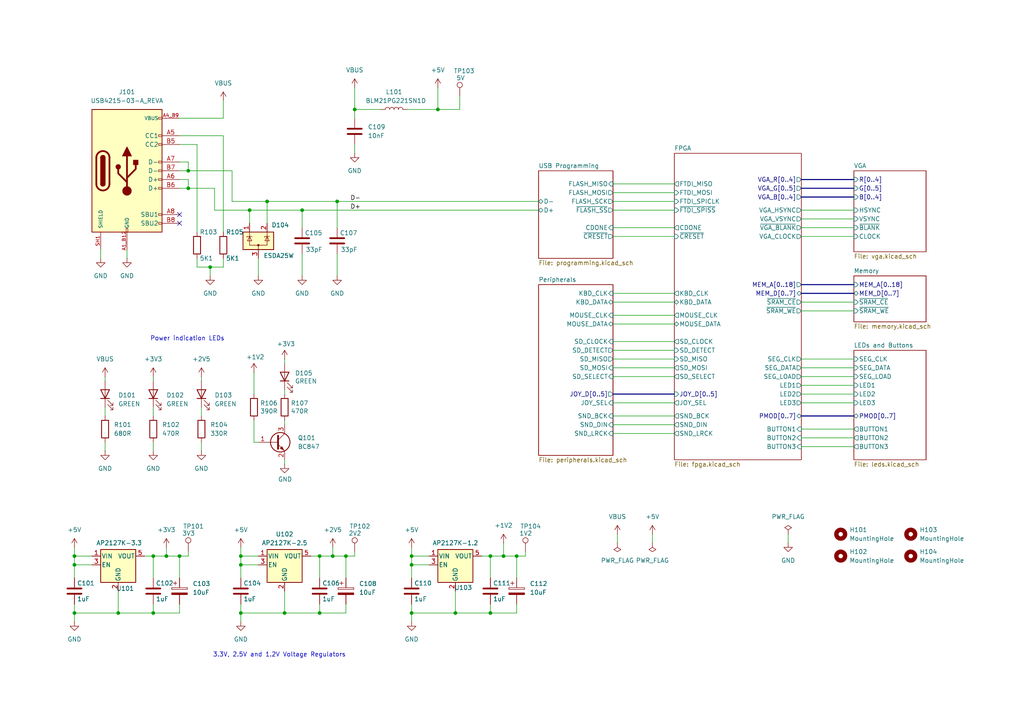
<source format=kicad_sch>
(kicad_sch (version 20250114) (generator "eeschema") (generator_version "9.0")
  (paper "A4")
  (title_block (title "Lattice ICE40HX8K Development board") (rev "1") (company "Stephen Moody"))
  (lib_symbols
    (symbol "Connector:TestPoint" (pin_numbers (hide yes)) (pin_names (offset 0.762) (hide yes))
      (property "Reference" "TP" (at 0 6.858 0))
      (property "Value" "TestPoint" (at 0 5.08 0))
      (symbol "TestPoint_0_1"
        (circle (center 0 3.302) (radius 0.762))
      )
      (symbol "TestPoint_1_1"
        (pin passive line (at 0 0 90) (length 2.54) (name "1") (number "1"))
      )
    )
    (symbol "DevBoard:USB4215-03-A_REVA" (pin_names (offset 1.016))
      (property "Reference" "J" (at -8.636 19.812 0))
      (property "Value" "USB4215-03-A_REVA" (at 2.032 -17.78 0))
      (symbol "USB4215-03-A_REVA_0_0"
        (rectangle (start -0.254 -16.51) (end 0.254 -15.494))
        (rectangle (start 10.16 16.764) (end 9.144 16.256))
        (rectangle (start 10.16 11.684) (end 9.144 11.176))
        (rectangle (start 10.16 9.144) (end 9.144 8.636))
        (rectangle (start 10.16 4.064) (end 9.144 3.556))
        (rectangle (start 10.16 1.524) (end 9.144 1.016))
        (rectangle (start 10.16 -1.016) (end 9.144 -1.524))
        (rectangle (start 10.16 -3.556) (end 9.144 -4.064))
        (rectangle (start 10.16 -11.176) (end 9.144 -11.684))
        (rectangle (start 10.16 -13.716) (end 9.144 -14.224))
        (pin passive line (at -7.62 -21.59 90) (length 5.08) (name "SHIELD") (number "SH1"))
      )
      (symbol "USB4215-03-A_REVA_0_1"
        (rectangle (start -10.16 19.05) (end 10.16 -16.51) (stroke (width 0.254)) (fill (type background)))
        (polyline (pts (xy -8.89 -2.54) (xy -8.89 5.08)) (stroke (width 0.508)))
        (rectangle (start -7.62 -2.54) (end -6.35 5.08) (stroke (width 0.254)) (fill (type outline)))
        (arc (start -7.62 5.08) (mid -6.985 5.7123) (end -6.35 5.08) (stroke (width 0.254)))
        (arc (start -7.62 5.08) (mid -6.985 5.7123) (end -6.35 5.08) (stroke (width 0.254)) (fill (type outline)))
        (arc (start -8.89 5.08) (mid -6.985 6.9767) (end -5.08 5.08) (stroke (width 0.508)))
        (arc (start -5.08 -2.54) (mid -6.985 -4.4367) (end -8.89 -2.54) (stroke (width 0.508)))
        (arc (start -6.35 -2.54) (mid -6.985 -3.1723) (end -7.62 -2.54) (stroke (width 0.254)))
        (arc (start -6.35 -2.54) (mid -6.985 -3.1723) (end -7.62 -2.54) (stroke (width 0.254)) (fill (type outline)))
        (polyline (pts (xy -5.08 5.08) (xy -5.08 -2.54)) (stroke (width 0.508)))
        (circle (center -2.54 2.413) (radius 0.635) (stroke (width 0.254)) (fill (type outline)))
        (polyline (pts (xy -1.27 5.588) (xy 0 8.128) (xy 1.27 5.588) (xy -1.27 5.588)) (stroke (width 0.254)) (fill (type outline)))
        (polyline (pts (xy 0 -0.762) (xy 2.54 1.778) (xy 2.54 3.048)) (stroke (width 0.508)))
        (polyline (pts (xy 0 -2.032) (xy -2.54 0.508) (xy -2.54 1.778)) (stroke (width 0.508)))
        (polyline (pts (xy 0 -4.572) (xy 0 5.588)) (stroke (width 0.508)))
        (circle (center 0 -4.572) (radius 1.27) (fill (type outline)))
        (rectangle (start 1.905 3.048) (end 3.175 4.318) (stroke (width 0.254)) (fill (type outline)))
      )
      (symbol "USB4215-03-A_REVA_1_0"
        (pin passive line (at -7.62 -21.59 90) (length 5.08) (hide yes) (name "SHIELD") (number "SH2"))
        (pin passive line (at -7.62 -21.59 90) (length 5.08) (hide yes) (name "SHIELD") (number "SH3"))
        (pin passive line (at -7.62 -21.59 90) (length 5.08) (hide yes) (name "SHIELD") (number "SH4"))
        (pin power_in line (at 0 -21.59 90) (length 5.08) (name "GND") (number "A1_B12"))
        (pin power_in line (at 0 -21.59 90) (length 5.08) (hide yes) (name "GND") (number "B1_A12"))
        (pin power_in line (at 15.24 16.51 180) (length 5.08) (name "VBUS") (number "A4_B9"))
        (pin power_in line (at 15.24 16.51 180) (length 5.08) (hide yes) (name "VBUS") (number "B4_A9"))
      )
      (symbol "USB4215-03-A_REVA_1_1"
        (pin bidirectional line (at 15.24 11.43 180) (length 5.08) (name "CC1") (number "A5"))
        (pin bidirectional line (at 15.24 8.89 180) (length 5.08) (name "CC2") (number "B5"))
        (pin bidirectional line (at 15.24 3.81 180) (length 5.08) (name "D-") (number "A7"))
        (pin bidirectional line (at 15.24 1.27 180) (length 5.08) (name "D-") (number "B7"))
        (pin bidirectional line (at 15.24 -1.27 180) (length 5.08) (name "D+") (number "A6"))
        (pin bidirectional line (at 15.24 -3.81 180) (length 5.08) (name "D+") (number "B6"))
        (pin bidirectional line (at 15.24 -11.43 180) (length 5.08) (name "SBU1") (number "A8"))
        (pin bidirectional line (at 15.24 -13.97 180) (length 5.08) (name "SBU2") (number "B8"))
      )
    )
    (symbol "Device:C" (pin_numbers (hide yes)) (pin_names (offset 0.254))
      (property "Reference" "C" (at 0.635 2.54 0))
      (property "Value" "C" (at 0.635 -2.54 0))
      (symbol "C_0_1"
        (polyline (pts (xy -2.032 0.762) (xy 2.032 0.762)) (stroke (width 0.508)))
        (polyline (pts (xy -2.032 -0.762) (xy 2.032 -0.762)) (stroke (width 0.508)))
      )
      (symbol "C_1_1"
        (pin passive line (at 0 3.81 270) (length 2.794) (name "~") (number "1"))
        (pin passive line (at 0 -3.81 90) (length 2.794) (name "~") (number "2"))
      )
    )
    (symbol "Device:C_Polarized" (pin_numbers (hide yes)) (pin_names (offset 0.254))
      (property "Reference" "C" (at 0.635 2.54 0))
      (property "Value" "C_Polarized" (at 0.635 -2.54 0))
      (symbol "C_Polarized_0_1"
        (rectangle (start -2.286 0.508) (end 2.286 1.016))
        (polyline (pts (xy -1.778 2.286) (xy -0.762 2.286)))
        (polyline (pts (xy -1.27 2.794) (xy -1.27 1.778)))
        (rectangle (start 2.286 -0.508) (end -2.286 -1.016) (fill (type outline)))
      )
      (symbol "C_Polarized_1_1"
        (pin passive line (at 0 3.81 270) (length 2.794) (name "~") (number "1"))
        (pin passive line (at 0 -3.81 90) (length 2.794) (name "~") (number "2"))
      )
    )
    (symbol "Device:L" (pin_numbers (hide yes)) (pin_names (offset 1.016) (hide yes))
      (property "Reference" "L" (at -1.27 0 90))
      (property "Value" "L" (at 1.905 0 90))
      (symbol "L_0_1"
        (arc (start 0 2.54) (mid 0.6323 1.905) (end 0 1.27))
        (arc (start 0 1.27) (mid 0.6323 0.635) (end 0 0))
        (arc (start 0 0) (mid 0.6323 -0.635) (end 0 -1.27))
        (arc (start 0 -1.27) (mid 0.6323 -1.905) (end 0 -2.54))
      )
      (symbol "L_1_1"
        (pin passive line (at 0 3.81 270) (length 1.27) (name "1") (number "1"))
        (pin passive line (at 0 -3.81 90) (length 1.27) (name "2") (number "2"))
      )
    )
    (symbol "Device:LED" (pin_numbers (hide yes)) (pin_names (offset 1.016) (hide yes))
      (property "Reference" "D" (at 0 2.54 0))
      (property "Value" "LED" (at 0 -2.54 0))
      (symbol "LED_0_1"
        (polyline (pts (xy -3.048 -0.762) (xy -4.572 -2.286) (xy -3.81 -2.286) (xy -4.572 -2.286) (xy -4.572 -1.524)))
        (polyline (pts (xy -1.778 -0.762) (xy -3.302 -2.286) (xy -2.54 -2.286) (xy -3.302 -2.286) (xy -3.302 -1.524)))
        (polyline (pts (xy -1.27 0) (xy 1.27 0)))
        (polyline (pts (xy -1.27 -1.27) (xy -1.27 1.27)) (stroke (width 0.254)))
        (polyline (pts (xy 1.27 -1.27) (xy 1.27 1.27) (xy -1.27 0) (xy 1.27 -1.27)) (stroke (width 0.254)))
      )
      (symbol "LED_1_1"
        (pin passive line (at -3.81 0 0) (length 2.54) (name "K") (number "1"))
        (pin passive line (at 3.81 0 180) (length 2.54) (name "A") (number "2"))
      )
    )
    (symbol "Device:R" (pin_numbers (hide yes)) (pin_names (offset 0))
      (property "Reference" "R" (at 2.032 0 90))
      (property "Value" "R" (at 0 0 90))
      (symbol "R_0_1"
        (rectangle (start -1.016 -2.54) (end 1.016 2.54) (stroke (width 0.254)))
      )
      (symbol "R_1_1"
        (pin passive line (at 0 3.81 270) (length 1.27) (name "~") (number "1"))
        (pin passive line (at 0 -3.81 90) (length 1.27) (name "~") (number "2"))
      )
    )
    (symbol "Mechanical:MountingHole" (pin_names (offset 1.016)) (exclude_from_sim yes) (in_bom no)
      (property "Reference" "H" (at 0 5.08 0))
      (property "Value" "MountingHole" (at 0 3.175 0))
      (symbol "MountingHole_0_1"
        (circle (center 0 0) (radius 1.27) (stroke (width 1.27)))
      )
    )
    (symbol "Power_Protection:ESDA5V3L" (pin_names (hide yes))
      (property "Reference" "D" (at 5.715 2.54 0))
      (property "Value" "ESDA5V3L" (at 5.715 0.635 0))
      (symbol "ESDA5V3L_0_0"
        (pin passive line (at 0 -5.08 90) (length 2.54) (name "A") (number "3"))
      )
      (symbol "ESDA5V3L_0_1"
        (rectangle (start -4.445 2.54) (end 4.445 -2.54) (stroke (width 0.254)) (fill (type background)))
        (polyline (pts (xy -3.302 1.016) (xy -3.302 1.27) (xy -1.905 1.27) (xy -1.778 1.27)))
        (polyline (pts (xy -2.54 2.54) (xy -2.54 1.27)))
        (polyline (pts (xy -2.54 1.27) (xy -2.54 -1.27) (xy 2.54 -1.27) (xy 2.54 1.27)))
        (polyline (pts (xy -2.54 1.27) (xy -1.905 0) (xy -3.175 0) (xy -2.54 1.27)))
        (polyline (pts (xy 0 -1.27) (xy 0 -2.54)))
        (circle (center 0 -1.27) (radius 0.254) (fill (type outline)))
        (polyline (pts (xy 1.778 1.016) (xy 1.778 1.27) (xy 3.175 1.27) (xy 3.302 1.27)))
        (polyline (pts (xy 2.54 2.54) (xy 2.54 1.27)))
        (polyline (pts (xy 2.54 1.27) (xy 1.905 0) (xy 3.175 0) (xy 2.54 1.27)))
      )
      (symbol "ESDA5V3L_1_1"
        (pin passive line (at -2.54 5.08 270) (length 2.54) (name "K") (number "1"))
        (pin passive line (at 2.54 5.08 270) (length 2.54) (name "K") (number "2"))
      )
    )
    (symbol "Regulator_Linear:AP2127K-1.2" (pin_names (offset 0.254))
      (property "Reference" "U" (at -5.08 5.715 0))
      (property "Value" "AP2127K-1.2" (at 0 5.715 0))
      (symbol "AP2127K-1.2_0_1"
        (rectangle (start -5.08 4.445) (end 5.08 -5.08) (stroke (width 0.254)) (fill (type background)))
      )
      (symbol "AP2127K-1.2_1_1"
        (pin power_in line (at -7.62 2.54 0) (length 2.54) (name "VIN") (number "1"))
        (pin input line (at -7.62 0 0) (length 2.54) (name "EN") (number "3"))
        (pin power_in line (at 0 -7.62 90) (length 2.54) (name "GND") (number "2"))
        (pin no_connect line (at 5.08 0 180) (length 2.54) (hide yes) (name "NC") (number "4"))
        (pin power_out line (at 7.62 2.54 180) (length 2.54) (name "VOUT") (number "5"))
      )
    )
    (symbol "Regulator_Linear:AP2127K-2.5" (pin_names (offset 0.254))
      (property "Reference" "U" (at -5.08 5.715 0))
      (property "Value" "AP2127K-2.5" (at 0 5.715 0))
      (symbol "AP2127K-2.5_0_1"
        (rectangle (start -5.08 4.445) (end 5.08 -5.08) (stroke (width 0.254)) (fill (type background)))
      )
      (symbol "AP2127K-2.5_1_1"
        (pin power_in line (at -7.62 2.54 0) (length 2.54) (name "VIN") (number "1"))
        (pin input line (at -7.62 0 0) (length 2.54) (name "EN") (number "3"))
        (pin power_in line (at 0 -7.62 90) (length 2.54) (name "GND") (number "2"))
        (pin no_connect line (at 5.08 0 180) (length 2.54) (hide yes) (name "NC") (number "4"))
        (pin power_out line (at 7.62 2.54 180) (length 2.54) (name "VOUT") (number "5"))
      )
    )
    (symbol "Regulator_Linear:AP2127K-3.3" (pin_names (offset 0.254))
      (property "Reference" "U" (at -5.08 5.715 0))
      (property "Value" "AP2127K-3.3" (at 0 5.715 0))
      (symbol "AP2127K-3.3_0_1"
        (rectangle (start -5.08 4.445) (end 5.08 -5.08) (stroke (width 0.254)) (fill (type background)))
      )
      (symbol "AP2127K-3.3_1_1"
        (pin power_in line (at -7.62 2.54 0) (length 2.54) (name "VIN") (number "1"))
        (pin input line (at -7.62 0 0) (length 2.54) (name "EN") (number "3"))
        (pin power_in line (at 0 -7.62 90) (length 2.54) (name "GND") (number "2"))
        (pin no_connect line (at 5.08 0 180) (length 2.54) (hide yes) (name "NC") (number "4"))
        (pin power_out line (at 7.62 2.54 180) (length 2.54) (name "VOUT") (number "5"))
      )
    )
    (symbol "Transistor_BJT:BC847" (pin_names (offset 0) (hide yes))
      (property "Reference" "Q" (at 5.08 1.905 0))
      (property "Value" "BC847" (at 5.08 0 0))
      (symbol "BC847_0_1"
        (polyline (pts (xy -2.54 0) (xy 0.635 0)))
        (polyline (pts (xy 0.635 1.905) (xy 0.635 -1.905)) (stroke (width 0.508)))
        (circle (center 1.27 0) (radius 2.8194) (stroke (width 0.254)))
      )
      (symbol "BC847_1_1"
        (polyline (pts (xy 0.635 0.635) (xy 2.54 2.54)))
        (polyline (pts (xy 0.635 -0.635) (xy 2.54 -2.54)))
        (polyline (pts (xy 1.27 -1.778) (xy 1.778 -1.27) (xy 2.286 -2.286) (xy 1.27 -1.778)) (fill (type outline)))
        (pin input line (at -5.08 0 0) (length 2.54) (name "B") (number "1"))
        (pin passive line (at 2.54 5.08 270) (length 2.54) (name "C") (number "3"))
        (pin passive line (at 2.54 -5.08 90) (length 2.54) (name "E") (number "2"))
      )
    )
    (symbol "power:+1V2" (power) (pin_numbers (hide yes)) (pin_names (offset 0) (hide yes))
      (property "Value" "+1V2" (at 0 3.556 0))
      (symbol "+1V2_0_1"
        (polyline (pts (xy -0.762 1.27) (xy 0 2.54)))
        (polyline (pts (xy 0 2.54) (xy 0.762 1.27)))
        (polyline (pts (xy 0 0) (xy 0 2.54)))
      )
      (symbol "+1V2_1_1"
        (pin power_in line (at 0 0 90) (length 0) (name "~") (number "1"))
      )
    )
    (symbol "power:+2V5" (power) (pin_numbers (hide yes)) (pin_names (offset 0) (hide yes))
      (property "Value" "+2V5" (at 0 3.556 0))
      (symbol "+2V5_0_1"
        (polyline (pts (xy -0.762 1.27) (xy 0 2.54)))
        (polyline (pts (xy 0 2.54) (xy 0.762 1.27)))
        (polyline (pts (xy 0 0) (xy 0 2.54)))
      )
      (symbol "+2V5_1_1"
        (pin power_in line (at 0 0 90) (length 0) (name "~") (number "1"))
      )
    )
    (symbol "power:+3V3" (power) (pin_numbers (hide yes)) (pin_names (offset 0) (hide yes))
      (property "Value" "+3V3" (at 0 3.556 0))
      (symbol "+3V3_0_1"
        (polyline (pts (xy -0.762 1.27) (xy 0 2.54)))
        (polyline (pts (xy 0 2.54) (xy 0.762 1.27)))
        (polyline (pts (xy 0 0) (xy 0 2.54)))
      )
      (symbol "+3V3_1_1"
        (pin power_in line (at 0 0 90) (length 0) (name "~") (number "1"))
      )
    )
    (symbol "power:+5V" (power) (pin_numbers (hide yes)) (pin_names (offset 0) (hide yes))
      (property "Value" "+5V" (at 0 3.556 0))
      (symbol "+5V_0_1"
        (polyline (pts (xy -0.762 1.27) (xy 0 2.54)))
        (polyline (pts (xy 0 2.54) (xy 0.762 1.27)))
        (polyline (pts (xy 0 0) (xy 0 2.54)))
      )
      (symbol "+5V_1_1"
        (pin power_in line (at 0 0 90) (length 0) (name "~") (number "1"))
      )
    )
    (symbol "power:GND" (power) (pin_numbers (hide yes)) (pin_names (offset 0) (hide yes))
      (property "Value" "GND" (at 0 -3.81 0))
      (symbol "GND_0_1"
        (polyline (pts (xy 0 0) (xy 0 -1.27) (xy 1.27 -1.27) (xy 0 -2.54) (xy -1.27 -1.27) (xy 0 -1.27)))
      )
      (symbol "GND_1_1"
        (pin power_in line (at 0 0 270) (length 0) (name "~") (number "1"))
      )
    )
    (symbol "power:PWR_FLAG" (power) (pin_numbers (hide yes)) (pin_names (offset 0) (hide yes))
      (property "Value" "PWR_FLAG" (at 0 3.81 0))
      (symbol "PWR_FLAG_0_0"
        (pin power_out line (at 0 0 90) (length 0) (name "~") (number "1"))
      )
      (symbol "PWR_FLAG_0_1"
        (polyline (pts (xy 0 0) (xy 0 1.27) (xy -1.016 1.905) (xy 0 2.54) (xy 1.016 1.905) (xy 0 1.27)))
      )
    )
    (symbol "power:VBUS" (power) (pin_numbers (hide yes)) (pin_names (offset 0) (hide yes))
      (property "Value" "VBUS" (at 0 3.556 0))
      (symbol "VBUS_0_1"
        (polyline (pts (xy -0.762 1.27) (xy 0 2.54)))
        (polyline (pts (xy 0 2.54) (xy 0.762 1.27)))
        (polyline (pts (xy 0 0) (xy 0 2.54)))
      )
      (symbol "VBUS_1_1"
        (pin power_in line (at 0 0 90) (length 0) (name "~") (number "1"))
      )
    )
  )
  (text "Power indication LEDs\n" (at 54.356 98.298 0) (effects (font (size 1.27 1.27))))
  (text "3.3V, 2.5V and 1.2V Voltage Regulators" (at 81.026 189.992 0) (effects (font (size 1.27 1.27))))
  (junction (at 69.85 161.29))
  (junction (at 97.79 58.42))
  (junction (at 92.71 161.29))
  (junction (at 142.24 177.8))
  (junction (at 92.71 177.8))
  (junction (at 146.05 161.29))
  (junction (at 44.45 161.29))
  (junction (at 87.63 60.96))
  (junction (at 149.86 161.29))
  (junction (at 100.33 161.29))
  (junction (at 21.59 177.8))
  (junction (at 82.55 177.8))
  (junction (at 72.39 60.96))
  (junction (at 34.29 177.8))
  (junction (at 142.24 161.29))
  (junction (at 60.96 77.47))
  (junction (at 119.38 161.29))
  (junction (at 102.87 31.75))
  (junction (at 54.61 54.61))
  (junction (at 127 31.75))
  (junction (at 119.38 177.8))
  (junction (at 44.45 177.8))
  (junction (at 54.61 49.53))
  (junction (at 69.85 177.8))
  (junction (at 21.59 163.83))
  (junction (at 52.07 161.29))
  (junction (at 48.26 161.29))
  (junction (at 21.59 161.29))
  (junction (at 69.85 163.83))
  (junction (at 77.47 58.42))
  (junction (at 132.08 177.8))
  (junction (at 96.52 161.29))
  (junction (at 119.38 163.83))
  (no_connect (at 52.07 62.23))
  (no_connect (at 52.07 64.77))
  (wire (pts (xy 232.41 109.22) (xy 247.65 109.22)))
  (wire (pts (xy 87.63 73.66) (xy 87.63 80.01)))
  (wire (pts (xy 21.59 158.75) (xy 21.59 161.29)))
  (wire (pts (xy 58.42 118.11) (xy 58.42 120.65)))
  (wire (pts (xy 177.8 116.84) (xy 195.58 116.84)))
  (wire (pts (xy 67.31 58.42) (xy 67.31 49.53)))
  (wire (pts (xy 69.85 163.83) (xy 69.85 167.64)))
  (wire (pts (xy 232.41 66.04) (xy 247.65 66.04)))
  (wire (pts (xy 54.61 54.61) (xy 62.23 54.61)))
  (bus (pts (xy 232.41 82.55) (xy 247.65 82.55)))
  (wire (pts (xy 21.59 177.8) (xy 34.29 177.8)))
  (wire (pts (xy 77.47 58.42) (xy 97.79 58.42)))
  (wire (pts (xy 232.41 106.68) (xy 247.65 106.68)))
  (wire (pts (xy 232.41 129.54) (xy 247.65 129.54)))
  (wire (pts (xy 52.07 52.07) (xy 54.61 52.07)))
  (wire (pts (xy 69.85 163.83) (xy 74.93 163.83)))
  (wire (pts (xy 48.26 161.29) (xy 44.45 161.29)))
  (wire (pts (xy 132.08 177.8) (xy 142.24 177.8)))
  (wire (pts (xy 34.29 171.45) (xy 34.29 177.8)))
  (wire (pts (xy 73.66 121.92) (xy 73.66 128.27)))
  (wire (pts (xy 52.07 161.29) (xy 54.61 161.29)))
  (wire (pts (xy 48.26 158.75) (xy 48.26 161.29)))
  (wire (pts (xy 142.24 177.8) (xy 142.24 175.26)))
  (wire (pts (xy 177.8 55.88) (xy 195.58 55.88)))
  (wire (pts (xy 232.41 114.3) (xy 247.65 114.3)))
  (wire (pts (xy 77.47 58.42) (xy 77.47 64.77)))
  (wire (pts (xy 119.38 177.8) (xy 132.08 177.8)))
  (wire (pts (xy 69.85 177.8) (xy 69.85 180.34)))
  (wire (pts (xy 177.8 87.63) (xy 195.58 87.63)))
  (wire (pts (xy 87.63 60.96) (xy 156.21 60.96)))
  (wire (pts (xy 100.33 177.8) (xy 100.33 175.26)))
  (wire (pts (xy 228.6 154.94) (xy 228.6 157.48)))
  (wire (pts (xy 82.55 171.45) (xy 82.55 177.8)))
  (wire (pts (xy 100.33 161.29) (xy 96.52 161.29)))
  (wire (pts (xy 189.23 154.94) (xy 189.23 157.48)))
  (wire (pts (xy 69.85 161.29) (xy 74.93 161.29)))
  (wire (pts (xy 232.41 90.17) (xy 247.65 90.17)))
  (wire (pts (xy 92.71 167.64) (xy 92.71 161.29)))
  (wire (pts (xy 44.45 109.22) (xy 44.45 110.49)))
  (wire (pts (xy 69.85 158.75) (xy 69.85 161.29)))
  (wire (pts (xy 177.8 125.73) (xy 195.58 125.73)))
  (wire (pts (xy 133.35 31.75) (xy 127 31.75)))
  (wire (pts (xy 54.61 46.99) (xy 54.61 49.53)))
  (wire (pts (xy 102.87 31.75) (xy 102.87 34.29)))
  (wire (pts (xy 142.24 177.8) (xy 149.86 177.8)))
  (wire (pts (xy 119.38 175.26) (xy 119.38 177.8)))
  (wire (pts (xy 133.35 27.94) (xy 133.35 31.75)))
  (bus (pts (xy 232.41 85.09) (xy 247.65 85.09)))
  (wire (pts (xy 69.85 161.29) (xy 69.85 163.83)))
  (wire (pts (xy 29.21 72.39) (xy 29.21 74.93)))
  (wire (pts (xy 52.07 167.64) (xy 52.07 161.29)))
  (wire (pts (xy 102.87 161.29) (xy 102.87 160.02)))
  (wire (pts (xy 142.24 161.29) (xy 139.7 161.29)))
  (wire (pts (xy 142.24 167.64) (xy 142.24 161.29)))
  (wire (pts (xy 177.8 104.14) (xy 195.58 104.14)))
  (wire (pts (xy 60.96 77.47) (xy 60.96 80.01)))
  (wire (pts (xy 96.52 161.29) (xy 92.71 161.29)))
  (wire (pts (xy 118.11 31.75) (xy 127 31.75)))
  (wire (pts (xy 92.71 177.8) (xy 92.71 175.26)))
  (bus (pts (xy 232.41 120.65) (xy 247.65 120.65)))
  (bus (pts (xy 232.41 54.61) (xy 247.65 54.61)))
  (wire (pts (xy 119.38 177.8) (xy 119.38 180.34)))
  (wire (pts (xy 72.39 60.96) (xy 72.39 64.77)))
  (wire (pts (xy 177.8 109.22) (xy 195.58 109.22)))
  (wire (pts (xy 177.8 68.58) (xy 195.58 68.58)))
  (wire (pts (xy 177.8 99.06) (xy 195.58 99.06)))
  (wire (pts (xy 74.93 74.93) (xy 74.93 80.01)))
  (bus (pts (xy 177.8 114.3) (xy 195.58 114.3)))
  (wire (pts (xy 149.86 161.29) (xy 146.05 161.29)))
  (wire (pts (xy 87.63 60.96) (xy 87.63 66.04)))
  (wire (pts (xy 58.42 109.22) (xy 58.42 110.49)))
  (wire (pts (xy 21.59 175.26) (xy 21.59 177.8)))
  (wire (pts (xy 132.08 171.45) (xy 132.08 177.8)))
  (wire (pts (xy 177.8 53.34) (xy 195.58 53.34)))
  (wire (pts (xy 64.77 39.37) (xy 64.77 67.31)))
  (wire (pts (xy 54.61 54.61) (xy 52.07 54.61)))
  (wire (pts (xy 54.61 161.29) (xy 54.61 160.02)))
  (wire (pts (xy 52.07 39.37) (xy 64.77 39.37)))
  (wire (pts (xy 73.66 107.95) (xy 73.66 114.3)))
  (wire (pts (xy 177.8 106.68) (xy 195.58 106.68)))
  (wire (pts (xy 177.8 101.6) (xy 195.58 101.6)))
  (wire (pts (xy 30.48 109.22) (xy 30.48 110.49)))
  (wire (pts (xy 149.86 161.29) (xy 152.4 161.29)))
  (wire (pts (xy 177.8 66.04) (xy 195.58 66.04)))
  (wire (pts (xy 44.45 118.11) (xy 44.45 120.65)))
  (wire (pts (xy 100.33 167.64) (xy 100.33 161.29)))
  (wire (pts (xy 82.55 114.3) (xy 82.55 113.03)))
  (wire (pts (xy 119.38 167.64) (xy 119.38 163.83)))
  (wire (pts (xy 44.45 177.8) (xy 52.07 177.8)))
  (wire (pts (xy 62.23 60.96) (xy 72.39 60.96)))
  (wire (pts (xy 232.41 104.14) (xy 247.65 104.14)))
  (wire (pts (xy 21.59 161.29) (xy 21.59 163.83)))
  (wire (pts (xy 149.86 167.64) (xy 149.86 161.29)))
  (wire (pts (xy 57.15 74.93) (xy 57.15 77.47)))
  (wire (pts (xy 69.85 175.26) (xy 69.85 177.8)))
  (wire (pts (xy 102.87 31.75) (xy 102.87 25.4)))
  (wire (pts (xy 232.41 124.46) (xy 247.65 124.46)))
  (wire (pts (xy 57.15 41.91) (xy 52.07 41.91)))
  (wire (pts (xy 77.47 58.42) (xy 67.31 58.42)))
  (wire (pts (xy 97.79 58.42) (xy 97.79 66.04)))
  (wire (pts (xy 146.05 157.48) (xy 146.05 161.29)))
  (bus (pts (xy 232.41 52.07) (xy 247.65 52.07)))
  (wire (pts (xy 177.8 91.44) (xy 195.58 91.44)))
  (wire (pts (xy 30.48 118.11) (xy 30.48 120.65)))
  (wire (pts (xy 232.41 116.84) (xy 247.65 116.84)))
  (wire (pts (xy 64.77 74.93) (xy 64.77 77.47)))
  (wire (pts (xy 102.87 31.75) (xy 110.49 31.75)))
  (wire (pts (xy 100.33 161.29) (xy 102.87 161.29)))
  (wire (pts (xy 54.61 52.07) (xy 54.61 54.61)))
  (wire (pts (xy 82.55 104.14) (xy 82.55 105.41)))
  (wire (pts (xy 44.45 161.29) (xy 41.91 161.29)))
  (wire (pts (xy 52.07 46.99) (xy 54.61 46.99)))
  (wire (pts (xy 119.38 158.75) (xy 119.38 161.29)))
  (wire (pts (xy 177.8 120.65) (xy 195.58 120.65)))
  (wire (pts (xy 127 31.75) (xy 127 25.4)))
  (wire (pts (xy 92.71 161.29) (xy 90.17 161.29)))
  (wire (pts (xy 34.29 177.8) (xy 44.45 177.8)))
  (wire (pts (xy 58.42 128.27) (xy 58.42 130.81)))
  (wire (pts (xy 64.77 77.47) (xy 60.96 77.47)))
  (wire (pts (xy 21.59 163.83) (xy 26.67 163.83)))
  (wire (pts (xy 21.59 161.29) (xy 26.67 161.29)))
  (wire (pts (xy 69.85 177.8) (xy 82.55 177.8)))
  (wire (pts (xy 232.41 60.96) (xy 247.65 60.96)))
  (wire (pts (xy 102.87 41.91) (xy 102.87 44.45)))
  (wire (pts (xy 152.4 161.29) (xy 152.4 160.02)))
  (wire (pts (xy 177.8 60.96) (xy 195.58 60.96)))
  (wire (pts (xy 44.45 177.8) (xy 44.45 175.26)))
  (wire (pts (xy 179.07 154.94) (xy 179.07 157.48)))
  (wire (pts (xy 57.15 77.47) (xy 60.96 77.47)))
  (wire (pts (xy 96.52 158.75) (xy 96.52 161.29)))
  (wire (pts (xy 64.77 34.29) (xy 64.77 29.21)))
  (wire (pts (xy 92.71 177.8) (xy 100.33 177.8)))
  (wire (pts (xy 57.15 67.31) (xy 57.15 41.91)))
  (wire (pts (xy 232.41 111.76) (xy 247.65 111.76)))
  (wire (pts (xy 72.39 60.96) (xy 87.63 60.96)))
  (wire (pts (xy 67.31 49.53) (xy 54.61 49.53)))
  (wire (pts (xy 82.55 133.35) (xy 82.55 134.62)))
  (wire (pts (xy 119.38 161.29) (xy 124.46 161.29)))
  (wire (pts (xy 232.41 63.5) (xy 247.65 63.5)))
  (wire (pts (xy 52.07 161.29) (xy 48.26 161.29)))
  (wire (pts (xy 119.38 161.29) (xy 119.38 163.83)))
  (wire (pts (xy 36.83 72.39) (xy 36.83 74.93)))
  (wire (pts (xy 97.79 73.66) (xy 97.79 80.01)))
  (wire (pts (xy 21.59 163.83) (xy 21.59 167.64)))
  (wire (pts (xy 44.45 167.64) (xy 44.45 161.29)))
  (bus (pts (xy 232.41 57.15) (xy 247.65 57.15)))
  (wire (pts (xy 177.8 93.98) (xy 195.58 93.98)))
  (wire (pts (xy 119.38 163.83) (xy 124.46 163.83)))
  (wire (pts (xy 97.79 58.42) (xy 156.21 58.42)))
  (wire (pts (xy 232.41 87.63) (xy 247.65 87.63)))
  (wire (pts (xy 232.41 68.58) (xy 247.65 68.58)))
  (wire (pts (xy 149.86 177.8) (xy 149.86 175.26)))
  (wire (pts (xy 146.05 161.29) (xy 142.24 161.29)))
  (wire (pts (xy 82.55 177.8) (xy 92.71 177.8)))
  (wire (pts (xy 30.48 128.27) (xy 30.48 130.81)))
  (wire (pts (xy 52.07 34.29) (xy 64.77 34.29)))
  (wire (pts (xy 177.8 123.19) (xy 195.58 123.19)))
  (wire (pts (xy 232.41 127) (xy 247.65 127)))
  (wire (pts (xy 54.61 49.53) (xy 52.07 49.53)))
  (wire (pts (xy 44.45 128.27) (xy 44.45 130.81)))
  (wire (pts (xy 177.8 58.42) (xy 195.58 58.42)))
  (wire (pts (xy 73.66 128.27) (xy 74.93 128.27)))
  (wire (pts (xy 82.55 123.19) (xy 82.55 121.92)))
  (wire (pts (xy 52.07 177.8) (xy 52.07 175.26)))
  (wire (pts (xy 62.23 54.61) (xy 62.23 60.96)))
  (wire (pts (xy 177.8 85.09) (xy 195.58 85.09)))
  (wire (pts (xy 21.59 177.8) (xy 21.59 180.34)))
  (label "D-" (at 101.6 58.42 0))
  (label "D+" (at 101.6 60.96 0))
  (symbol (lib_id "power:+3V3") (at 48.26 158.75 0) (unit 1)
    (property "Reference" "#PWR0109" (effects (hide yes)))
    (property "Value" "+3V3" (at 48.26 153.67 0))
    (property "Description" "Power symbol creates a global label with name \"+3V3\"" (effects (hide yes)))
  )
  (symbol (lib_id "power:VBUS") (at 102.87 25.4 0) (unit 1)
    (property "Reference" "#PWR0123" (effects (hide yes)))
    (property "Value" "VBUS" (at 102.87 20.32 0))
    (property "Description" "Power symbol creates a global label with name \"VBUS\"" (effects (hide yes)))
  )
  (symbol (lib_id "Device:C_Polarized") (at 100.33 171.45 0) (unit 1)
    (property "Reference" "C108" (at 104.14 169.2909 0) (effects (justify left)))
    (property "Value" "10uF" (at 104.14 171.8309 0) (effects (justify left)))
    (property "Footprint" "Capacitor_SMD:C_0805_2012Metric" (effects (hide yes)))
    (property "Description" "Polarized capacitor" (effects (hide yes)))
  )
  (symbol (lib_id "Device:R") (at 57.15 71.12 0) (unit 1)
    (property "Reference" "R103" (at 57.912 67.31 0) (effects (justify left)))
    (property "Value" "5K1" (at 57.912 74.93 0) (effects (justify left)))
    (property "Footprint" "Resistor_SMD:R_0805_2012Metric" (effects (hide yes)))
    (property "Description" "Resistor" (effects (hide yes)))
  )
  (symbol (lib_id "Device:C") (at 97.79 69.85 0) (unit 1)
    (property "Reference" "C107" (at 98.552 67.564 0) (effects (justify left)))
    (property "Value" "33pF" (at 98.806 72.39 0) (effects (justify left)))
    (property "Footprint" "Capacitor_SMD:C_0805_2012Metric" (effects (hide yes)))
    (property "Description" "Unpolarized capacitor" (effects (hide yes)))
  )
  (symbol (lib_id "Mechanical:MountingHole") (at 264.16 154.94 0) (unit 1) (exclude_from_sim yes) (in_bom no)
    (property "Reference" "H103" (at 266.7 153.6699 0) (effects (justify left)))
    (property "Value" "MountingHole" (at 266.7 156.2099 0) (effects (justify left)))
    (property "Footprint" "MountingHole:MountingHole_4.3mm_M4" (effects (hide yes)))
    (property "Description" "Mounting Hole without connection" (effects (hide yes)))
  )
  (symbol (lib_id "Device:C") (at 92.71 171.45 0) (unit 1)
    (property "Reference" "C106" (at 93.472 169.164 0) (effects (justify left)))
    (property "Value" "1uF" (at 93.472 173.736 0) (effects (justify left)))
    (property "Footprint" "Capacitor_SMD:C_0805_2012Metric" (effects (hide yes)))
    (property "Description" "Unpolarized capacitor" (effects (hide yes)))
  )
  (symbol (lib_id "power:GND") (at 30.48 130.81 0) (unit 1)
    (property "Reference" "#PWR0105" (effects (hide yes)))
    (property "Value" "GND" (at 30.48 135.89 0))
    (property "Description" "Power symbol creates a global label with name \"GND\" , ground" (effects (hide yes)))
  )
  (symbol (lib_id "power:+1V2") (at 146.05 157.48 0) (unit 1)
    (property "Reference" "#PWR0128" (effects (hide yes)))
    (property "Value" "+1V2" (at 146.05 152.4 0))
    (property "Description" "Power symbol creates a global label with name \"+1V2\"" (effects (hide yes)))
  )
  (symbol (lib_id "Device:C_Polarized") (at 149.86 171.45 0) (unit 1)
    (property "Reference" "C112" (at 153.67 169.2909 0) (effects (justify left)))
    (property "Value" "10uF" (at 153.67 171.8309 0) (effects (justify left)))
    (property "Footprint" "Capacitor_SMD:CP_Elec_4x5.3" (effects (hide yes)))
    (property "Description" "Polarized capacitor" (effects (hide yes)))
  )
  (symbol (lib_id "Power_Protection:ESDA5V3L") (at 74.93 69.85 0) (unit 1)
    (property "Reference" "D104" (at 78.74 65.278 0) (effects (justify left)))
    (property "Value" "ESDA25W" (at 76.454 74.168 0) (effects (justify left)))
    (property "Footprint" "Package_TO_SOT_SMD:SOT-23-3" (effects (hide yes)))
    (property "Datasheet" "https://www.st.com/resource/en/datasheet/esdal.pdf" (effects (hide yes)))
    (property "Description" "TVS Diode Array, 5.5V Standoff, 2 Channels, SOT23" (effects (hide yes)))
  )
  (symbol (lib_id "Device:L") (at 114.3 31.75 90) (unit 1)
    (property "Reference" "L101" (at 114.3 26.67 90))
    (property "Value" "BLM21PG221SN1D" (at 114.808 29.21 90))
    (property "Footprint" "Inductor_SMD:L_1206_3216Metric" (effects (hide yes)))
    (property "Description" "Inductor" (effects (hide yes)))
  )
  (symbol (lib_id "Device:C") (at 21.59 171.45 0) (unit 1)
    (property "Reference" "C101" (at 22.352 169.164 0) (effects (justify left)))
    (property "Value" "1uF" (at 22.352 173.736 0) (effects (justify left)))
    (property "Footprint" "Capacitor_SMD:C_0805_2012Metric" (effects (hide yes)))
    (property "Description" "Unpolarized capacitor" (effects (hide yes)))
  )
  (symbol (lib_id "power:+5V") (at 189.23 154.94 0) (unit 1)
    (property "Reference" "#PWR0130" (effects (hide yes)))
    (property "Value" "+5V" (at 189.23 149.86 0))
    (property "Description" "Power symbol creates a global label with name \"+5V\"" (effects (hide yes)))
  )
  (symbol (lib_id "power:PWR_FLAG") (at 179.07 157.48 0) (mirror x) (unit 1)
    (property "Reference" "#FLG0101" (effects (hide yes)))
    (property "Value" "PWR_FLAG" (at 179.07 162.56 0))
    (property "Description" "Special symbol for telling ERC where power comes from" (effects (hide yes)))
  )
  (symbol (lib_id "Device:LED") (at 82.55 109.22 90) (unit 1)
    (property "Reference" "D105" (at 85.5472 108.2294 90) (effects (justify right)))
    (property "Value" "GREEN" (at 85.5472 110.5408 90) (effects (justify right)))
    (property "Footprint" "LED_SMD:LED_1206_3216Metric" (effects (hide yes)))
  )
  (symbol (lib_id "power:GND") (at 44.45 130.81 0) (unit 1)
    (property "Reference" "#PWR0108" (effects (hide yes)))
    (property "Value" "GND" (at 44.45 135.89 0))
    (property "Description" "Power symbol creates a global label with name \"GND\" , ground" (effects (hide yes)))
  )
  (symbol (lib_id "Connector:TestPoint") (at 152.4 160.02 0) (unit 1)
    (property "Reference" "TP104" (at 150.876 152.654 0) (effects (justify left)))
    (property "Value" "1V2" (at 150.622 154.686 0) (effects (justify left)))
    (property "Footprint" "TestPoint:TestPoint_Pad_D1.0mm" (effects (hide yes)))
    (property "Description" "test point" (effects (hide yes)))
  )
  (symbol (lib_id "power:+2V5") (at 58.42 109.22 0) (unit 1)
    (property "Reference" "#PWR0110" (effects (hide yes)))
    (property "Value" "+2V5" (at 58.42 104.14 0))
    (property "Description" "Power symbol creates a global label with name \"+2V5\"" (effects (hide yes)))
  )
  (symbol (lib_id "Device:R") (at 82.55 118.11 0) (unit 1)
    (property "Reference" "R107" (at 84.328 116.9416 0) (effects (justify left)))
    (property "Value" "470R" (at 84.328 119.253 0) (effects (justify left)))
    (property "Footprint" "Resistor_SMD:R_0805_2012Metric" (effects (hide yes)))
  )
  (symbol (lib_id "Device:C") (at 87.63 69.85 0) (unit 1)
    (property "Reference" "C105" (at 88.392 67.564 0) (effects (justify left)))
    (property "Value" "33pF" (at 88.646 72.39 0) (effects (justify left)))
    (property "Footprint" "Capacitor_SMD:C_0805_2012Metric" (effects (hide yes)))
    (property "Description" "Unpolarized capacitor" (effects (hide yes)))
  )
  (symbol (lib_id "DevBoard:USB4215-03-A_REVA") (at 36.83 50.8 0) (unit 1)
    (property "Reference" "J101" (at 36.83 26.67 0))
    (property "Value" "USB4215-03-A_REVA" (at 36.83 29.21 0))
    (property "Footprint" "DevBoard:GCT_USB4215-03-A_REVA" (effects (hide yes)))
    (property "MF" "Global Connector Technology" (effects (hide yes)))
    (property "MAXIMUM_PACKAGE_HEIGHT" "3.16mm" (effects (hide yes)))
    (property "Package" "None" (effects (hide yes)))
    (property "Price" "None" (effects (hide yes)))
    (property "PARTREV" "A" (effects (hide yes)))
    (property "MP" "USB4215-03-A" (effects (hide yes)))
    (property "Description_1" "USB-C (USB TYPE-C) USB 2.0 Receptacle Connector 24 (16+8 Dummy) Position Surface Mount, Right Angle; Through Hole" (effects (hide yes)))
    (property "MANUFACTURER" "Global Connector Technology" (effects (hide yes)))
  )
  (symbol (lib_id "power:+5V") (at 69.85 158.75 0) (unit 1)
    (property "Reference" "#PWR0114" (effects (hide yes)))
    (property "Value" "+5V" (at 69.85 153.67 0))
    (property "Description" "Power symbol creates a global label with name \"+5V\"" (effects (hide yes)))
  )
  (symbol (lib_id "power:GND") (at 97.79 80.01 0) (unit 1)
    (property "Reference" "#PWR0122" (effects (hide yes)))
    (property "Value" "GND" (at 97.79 85.09 0))
    (property "Description" "Power symbol creates a global label with name \"GND\" , ground" (effects (hide yes)))
  )
  (symbol (lib_id "power:+3V3") (at 44.45 109.22 0) (unit 1)
    (property "Reference" "#PWR0107" (effects (hide yes)))
    (property "Value" "+3V3" (at 44.45 104.14 0))
    (property "Description" "Power symbol creates a global label with name \"+3V3\"" (effects (hide yes)))
  )
  (symbol (lib_id "Device:LED") (at 30.48 114.3 90) (unit 1)
    (property "Reference" "D101" (at 34.29 114.6174 90) (effects (justify right)))
    (property "Value" "GREEN" (at 34.29 117.1574 90) (effects (justify right)))
    (property "Footprint" "LED_SMD:LED_1206_3216Metric" (effects (hide yes)))
    (property "Description" "Light emitting diode" (effects (hide yes)))
    (property "Sim.Pins" "1=K 2=A" (effects (hide yes)))
  )
  (symbol (lib_id "power:GND") (at 69.85 180.34 0) (unit 1)
    (property "Reference" "#PWR0115" (effects (hide yes)))
    (property "Value" "GND" (at 69.85 185.42 0))
    (property "Description" "Power symbol creates a global label with name \"GND\" , ground" (effects (hide yes)))
  )
  (symbol (lib_id "Device:C_Polarized") (at 52.07 171.45 0) (unit 1)
    (property "Reference" "C103" (at 55.88 169.2909 0) (effects (justify left)))
    (property "Value" "10uF" (at 55.88 171.8309 0) (effects (justify left)))
    (property "Footprint" "Capacitor_SMD:CP_Elec_4x5.3" (effects (hide yes)))
    (property "Description" "Polarized capacitor" (effects (hide yes)))
  )
  (symbol (lib_id "power:GND") (at 87.63 80.01 0) (unit 1)
    (property "Reference" "#PWR0120" (effects (hide yes)))
    (property "Value" "GND" (at 87.63 85.09 0))
    (property "Description" "Power symbol creates a global label with name \"GND\" , ground" (effects (hide yes)))
  )
  (symbol (lib_id "power:PWR_FLAG") (at 189.23 157.48 0) (mirror x) (unit 1)
    (property "Reference" "#FLG0102" (effects (hide yes)))
    (property "Value" "PWR_FLAG" (at 189.23 162.56 0))
    (property "Description" "Special symbol for telling ERC where power comes from" (effects (hide yes)))
  )
  (symbol (lib_id "Device:LED") (at 44.45 114.3 90) (unit 1)
    (property "Reference" "D102" (at 48.26 114.6174 90) (effects (justify right)))
    (property "Value" "GREEN" (at 48.26 117.1574 90) (effects (justify right)))
    (property "Footprint" "LED_SMD:LED_1206_3216Metric" (effects (hide yes)))
    (property "Description" "Light emitting diode" (effects (hide yes)))
    (property "Sim.Pins" "1=K 2=A" (effects (hide yes)))
  )
  (symbol (lib_id "power:+3V3") (at 82.55 104.14 0) (unit 1)
    (property "Reference" "#PWR0118" (effects (hide yes)))
    (property "Value" "+3V3" (at 82.931 99.7458 0))
    (property "Description" "Power symbol creates a global label with name \"+3V3\"" (effects (hide yes)))
  )
  (symbol (lib_id "power:GND") (at 58.42 130.81 0) (unit 1)
    (property "Reference" "#PWR0111" (effects (hide yes)))
    (property "Value" "GND" (at 58.42 135.89 0))
    (property "Description" "Power symbol creates a global label with name \"GND\" , ground" (effects (hide yes)))
  )
  (symbol (lib_id "Mechanical:MountingHole") (at 243.84 161.29 0) (unit 1) (exclude_from_sim yes) (in_bom no)
    (property "Reference" "H102" (at 246.38 160.0199 0) (effects (justify left)))
    (property "Value" "MountingHole" (at 246.38 162.5599 0) (effects (justify left)))
    (property "Footprint" "MountingHole:MountingHole_4.3mm_M4" (effects (hide yes)))
    (property "Description" "Mounting Hole without connection" (effects (hide yes)))
  )
  (symbol (lib_id "Connector:TestPoint") (at 102.87 160.02 0) (unit 1)
    (property "Reference" "TP102" (at 101.346 152.654 0) (effects (justify left)))
    (property "Value" "2V2" (at 101.092 154.686 0) (effects (justify left)))
    (property "Footprint" "TestPoint:TestPoint_Pad_D1.0mm" (effects (hide yes)))
    (property "Description" "test point" (effects (hide yes)))
  )
  (symbol (lib_id "Regulator_Linear:AP2127K-3.3") (at 34.29 163.83 0) (unit 1)
    (property "Reference" "U101" (at 36.322 170.688 0))
    (property "Value" "AP2127K-3.3" (at 34.544 157.48 0))
    (property "Footprint" "Package_TO_SOT_SMD:SOT-23-5" (effects (hide yes)))
    (property "Datasheet" "https://www.diodes.com/assets/Datasheets/AP2127.pdf" (effects (hide yes)))
    (property "Description" "300mA low dropout linear regulator, shutdown pin, 2.5V-6V input voltage, 3.3V fixed positive output, SOT-23-5" (effects (hide yes)))
  )
  (symbol (lib_id "Device:R") (at 64.77 71.12 0) (unit 1)
    (property "Reference" "R105" (at 65.532 67.31 0) (effects (justify left)))
    (property "Value" "5K1" (at 65.532 74.93 0) (effects (justify left)))
    (property "Footprint" "Resistor_SMD:R_0805_2012Metric" (effects (hide yes)))
    (property "Description" "Resistor" (effects (hide yes)))
  )
  (symbol (lib_id "power:GND") (at 82.55 134.62 0) (unit 1)
    (property "Reference" "#PWR0119" (effects (hide yes)))
    (property "Value" "GND" (at 82.677 139.0142 0))
    (property "Description" "Power symbol creates a global label with name \"GND\" , ground" (effects (hide yes)))
  )
  (symbol (lib_id "Connector:TestPoint") (at 54.61 160.02 0) (unit 1)
    (property "Reference" "TP101" (at 53.086 152.654 0) (effects (justify left)))
    (property "Value" "3V3" (at 52.832 154.686 0) (effects (justify left)))
    (property "Footprint" "TestPoint:TestPoint_Pad_D1.0mm" (effects (hide yes)))
    (property "Description" "test point" (effects (hide yes)))
  )
  (symbol (lib_id "power:GND") (at 60.96 80.01 0) (unit 1)
    (property "Reference" "#PWR0112" (effects (hide yes)))
    (property "Value" "GND" (at 60.96 85.09 0))
    (property "Description" "Power symbol creates a global label with name \"GND\" , ground" (effects (hide yes)))
  )
  (symbol (lib_id "power:+1V2") (at 73.66 107.95 0) (unit 1)
    (property "Reference" "#PWR0116" (effects (hide yes)))
    (property "Value" "+1V2" (at 74.041 103.5558 0))
    (property "Description" "Power symbol creates a global label with name \"+1V2\"" (effects (hide yes)))
  )
  (symbol (lib_id "power:+2V5") (at 96.52 158.75 0) (unit 1)
    (property "Reference" "#PWR0121" (effects (hide yes)))
    (property "Value" "+2V5" (at 96.52 153.67 0))
    (property "Description" "Power symbol creates a global label with name \"+2V5\"" (effects (hide yes)))
  )
  (symbol (lib_id "Connector:TestPoint") (at 133.35 27.94 0) (unit 1)
    (property "Reference" "TP103" (at 131.572 20.574 0) (effects (justify left)))
    (property "Value" "5V" (at 132.334 22.606 0) (effects (justify left)))
    (property "Footprint" "TestPoint:TestPoint_Pad_D1.0mm" (effects (hide yes)))
    (property "Description" "test point" (effects (hide yes)))
  )
  (symbol (lib_id "Device:R") (at 58.42 124.46 0) (unit 1)
    (property "Reference" "R104" (at 60.96 123.1899 0) (effects (justify left)))
    (property "Value" "330R" (at 60.96 125.7299 0) (effects (justify left)))
    (property "Footprint" "Resistor_SMD:R_0805_2012Metric" (effects (hide yes)))
    (property "Description" "Resistor" (effects (hide yes)))
  )
  (symbol (lib_id "Mechanical:MountingHole") (at 243.84 154.94 0) (unit 1) (exclude_from_sim yes) (in_bom no)
    (property "Reference" "H101" (at 246.38 153.6699 0) (effects (justify left)))
    (property "Value" "MountingHole" (at 246.38 156.2099 0) (effects (justify left)))
    (property "Footprint" "MountingHole:MountingHole_4.3mm_M4" (effects (hide yes)))
    (property "Description" "Mounting Hole without connection" (effects (hide yes)))
  )
  (symbol (lib_id "power:+5V") (at 21.59 158.75 0) (unit 1)
    (property "Reference" "#PWR0101" (effects (hide yes)))
    (property "Value" "+5V" (at 21.59 153.67 0))
    (property "Description" "Power symbol creates a global label with name \"+5V\"" (effects (hide yes)))
  )
  (symbol (lib_id "power:GND") (at 29.21 74.93 0) (unit 1)
    (property "Reference" "#PWR0103" (effects (hide yes)))
    (property "Value" "GND" (at 29.21 80.01 0))
    (property "Description" "Power symbol creates a global label with name \"GND\" , ground" (effects (hide yes)))
  )
  (symbol (lib_id "Transistor_BJT:BC847") (at 80.01 128.27 0) (unit 1)
    (property "Reference" "Q101" (at 86.36 126.9999 0) (effects (justify left)))
    (property "Value" "BC847" (at 86.36 129.5399 0) (effects (justify left)))
    (property "Footprint" "Package_TO_SOT_SMD:SOT-23" (effects (hide yes)))
    (property "Datasheet" "http://www.infineon.com/dgdl/Infineon-BC847SERIES_BC848SERIES_BC849SERIES_BC850SERIES-DS-v01_01-en.pdf?fileId=db3a304314dca389011541d4630a1657" (effects (hide yes)))
    (property "Description" "0.1A Ic, 45V Vce, NPN Transistor, SOT-23" (effects (hide yes)))
  )
  (symbol (lib_id "power:+5V") (at 127 25.4 0) (unit 1)
    (property "Reference" "#PWR0127" (effects (hide yes)))
    (property "Value" "+5V" (at 127 20.32 0))
    (property "Description" "Power symbol creates a global label with name \"+5V\"" (effects (hide yes)))
  )
  (symbol (lib_id "power:GND") (at 228.6 157.48 0) (unit 1)
    (property "Reference" "#PWR0131" (effects (hide yes)))
    (property "Value" "GND" (at 228.6 162.56 0))
    (property "Description" "Power symbol creates a global label with name \"GND\" , ground" (effects (hide yes)))
  )
  (symbol (lib_id "Regulator_Linear:AP2127K-1.2") (at 132.08 163.83 0) (unit 1)
    (property "Reference" "U103" (at 134.366 170.434 0))
    (property "Value" "AP2127K-1.2" (at 132.08 157.48 0))
    (property "Footprint" "Package_TO_SOT_SMD:SOT-23-5" (effects (hide yes)))
    (property "Datasheet" "https://www.diodes.com/assets/Datasheets/AP2127.pdf" (effects (hide yes)))
    (property "Description" "300mA low dropout linear regulator, shutdown pin, 2.5V-6V input voltage, 1.2V fixed positive output, SOT-23-5" (effects (hide yes)))
  )
  (symbol (lib_id "Device:R") (at 44.45 124.46 0) (unit 1)
    (property "Reference" "R102" (at 46.99 123.1899 0) (effects (justify left)))
    (property "Value" "470R" (at 46.99 125.7299 0) (effects (justify left)))
    (property "Footprint" "Resistor_SMD:R_0805_2012Metric" (effects (hide yes)))
    (property "Description" "Resistor" (effects (hide yes)))
  )
  (symbol (lib_id "Device:R") (at 30.48 124.46 180) (unit 1)
    (property "Reference" "R101" (at 33.02 123.1899 0) (effects (justify right)))
    (property "Value" "680R" (at 33.02 125.7299 0) (effects (justify right)))
    (property "Footprint" "Resistor_SMD:R_0805_2012Metric" (effects (hide yes)))
    (property "Description" "Resistor" (effects (hide yes)))
  )
  (symbol (lib_id "power:VBUS") (at 64.77 29.21 0) (unit 1)
    (property "Reference" "#PWR0113" (effects (hide yes)))
    (property "Value" "VBUS" (at 64.77 24.13 0))
    (property "Description" "Power symbol creates a global label with name \"VBUS\"" (effects (hide yes)))
  )
  (symbol (lib_id "power:GND") (at 119.38 180.34 0) (unit 1)
    (property "Reference" "#PWR0126" (effects (hide yes)))
    (property "Value" "GND" (at 119.38 185.42 0))
    (property "Description" "Power symbol creates a global label with name \"GND\" , ground" (effects (hide yes)))
  )
  (symbol (lib_id "power:GND") (at 21.59 180.34 0) (unit 1)
    (property "Reference" "#PWR0102" (effects (hide yes)))
    (property "Value" "GND" (at 21.59 185.42 0))
    (property "Description" "Power symbol creates a global label with name \"GND\" , ground" (effects (hide yes)))
  )
  (symbol (lib_id "Mechanical:MountingHole") (at 264.16 161.29 0) (unit 1) (exclude_from_sim yes) (in_bom no)
    (property "Reference" "H104" (at 266.7 160.0199 0) (effects (justify left)))
    (property "Value" "MountingHole" (at 266.7 162.5599 0) (effects (justify left)))
    (property "Footprint" "MountingHole:MountingHole_4.3mm_M4" (effects (hide yes)))
    (property "Description" "Mounting Hole without connection" (effects (hide yes)))
  )
  (symbol (lib_id "Device:R") (at 73.66 118.11 0) (unit 1)
    (property "Reference" "R106" (at 75.438 116.9416 0) (effects (justify left)))
    (property "Value" "390R" (at 75.438 119.253 0) (effects (justify left)))
    (property "Footprint" "Resistor_SMD:R_0805_2012Metric" (effects (hide yes)))
  )
  (symbol (lib_id "Device:LED") (at 58.42 114.3 90) (unit 1)
    (property "Reference" "D103" (at 62.23 114.6174 90) (effects (justify right)))
    (property "Value" "GREEN" (at 62.23 117.1574 90) (effects (justify right)))
    (property "Footprint" "LED_SMD:LED_1206_3216Metric" (effects (hide yes)))
    (property "Description" "Light emitting diode" (effects (hide yes)))
    (property "Sim.Pins" "1=K 2=A" (effects (hide yes)))
  )
  (symbol (lib_id "Device:C") (at 44.45 171.45 0) (unit 1)
    (property "Reference" "C102" (at 45.212 169.164 0) (effects (justify left)))
    (property "Value" "1uF" (at 45.212 173.736 0) (effects (justify left)))
    (property "Footprint" "Capacitor_SMD:C_0805_2012Metric" (effects (hide yes)))
    (property "Description" "Unpolarized capacitor" (effects (hide yes)))
  )
  (symbol (lib_id "Device:C") (at 69.85 171.45 0) (unit 1)
    (property "Reference" "C104" (at 70.612 169.164 0) (effects (justify left)))
    (property "Value" "1uF" (at 70.612 173.736 0) (effects (justify left)))
    (property "Footprint" "Capacitor_SMD:C_0805_2012Metric" (effects (hide yes)))
    (property "Description" "Unpolarized capacitor" (effects (hide yes)))
  )
  (symbol (lib_id "power:VBUS") (at 179.07 154.94 0) (unit 1)
    (property "Reference" "#PWR0129" (effects (hide yes)))
    (property "Value" "VBUS" (at 179.07 149.86 0))
    (property "Description" "Power symbol creates a global label with name \"VBUS\"" (effects (hide yes)))
  )
  (symbol (lib_id "Regulator_Linear:AP2127K-2.5") (at 82.55 163.83 0) (unit 1)
    (property "Reference" "U102" (at 82.55 154.94 0))
    (property "Value" "AP2127K-2.5" (at 82.55 157.48 0))
    (property "Footprint" "Package_TO_SOT_SMD:SOT-23-5" (effects (hide yes)))
    (property "Datasheet" "https://www.diodes.com/assets/Datasheets/AP2127.pdf" (effects (hide yes)))
    (property "Description" "300mA low dropout linear regulator, shutdown pin, 2.5V-6V input voltage, 2.5V fixed positive output, SOT-23-5" (effects (hide yes)))
  )
  (symbol (lib_id "power:VBUS") (at 30.48 109.22 0) (unit 1)
    (property "Reference" "#PWR0104" (effects (hide yes)))
    (property "Value" "VBUS" (at 30.48 104.14 0))
    (property "Description" "Power symbol creates a global label with name \"VBUS\"" (effects (hide yes)))
  )
  (symbol (lib_id "power:+5V") (at 119.38 158.75 0) (unit 1)
    (property "Reference" "#PWR0125" (effects (hide yes)))
    (property "Value" "+5V" (at 119.38 153.67 0))
    (property "Description" "Power symbol creates a global label with name \"+5V\"" (effects (hide yes)))
  )
  (symbol (lib_id "Device:C") (at 102.87 38.1 0) (unit 1)
    (property "Reference" "C109" (at 106.68 36.8299 0) (effects (justify left)))
    (property "Value" "10nF" (at 106.68 39.3699 0) (effects (justify left)))
    (property "Footprint" "Capacitor_SMD:C_0805_2012Metric" (effects (hide yes)))
    (property "Description" "Unpolarized capacitor" (effects (hide yes)))
  )
  (symbol (lib_id "power:GND") (at 36.83 74.93 0) (unit 1)
    (property "Reference" "#PWR0106" (effects (hide yes)))
    (property "Value" "GND" (at 36.83 80.01 0))
    (property "Description" "Power symbol creates a global label with name \"GND\" , ground" (effects (hide yes)))
  )
  (symbol (lib_id "Device:C") (at 142.24 171.45 0) (unit 1)
    (property "Reference" "C111" (at 143.002 169.164 0) (effects (justify left)))
    (property "Value" "1uF" (at 143.002 173.736 0) (effects (justify left)))
    (property "Footprint" "Capacitor_SMD:C_0805_2012Metric" (effects (hide yes)))
    (property "Description" "Unpolarized capacitor" (effects (hide yes)))
  )
  (symbol (lib_id "Device:C") (at 119.38 171.45 0) (unit 1)
    (property "Reference" "C110" (at 120.142 169.164 0) (effects (justify left)))
    (property "Value" "1uF" (at 120.142 173.736 0) (effects (justify left)))
    (property "Footprint" "Capacitor_SMD:C_0805_2012Metric" (effects (hide yes)))
    (property "Description" "Unpolarized capacitor" (effects (hide yes)))
  )
  (symbol (lib_id "power:PWR_FLAG") (at 228.6 154.94 0) (unit 1)
    (property "Reference" "#FLG0103" (effects (hide yes)))
    (property "Value" "PWR_FLAG" (at 228.6 149.86 0))
    (property "Description" "Special symbol for telling ERC where power comes from" (effects (hide yes)))
  )
  (symbol (lib_id "power:GND") (at 74.93 80.01 0) (unit 1)
    (property "Reference" "#PWR0117" (effects (hide yes)))
    (property "Value" "GND" (at 74.93 85.09 0))
    (property "Description" "Power symbol creates a global label with name \"GND\" , ground" (effects (hide yes)))
  )
  (symbol (lib_id "power:GND") (at 102.87 44.45 0) (unit 1)
    (property "Reference" "#PWR0124" (effects (hide yes)))
    (property "Value" "GND" (at 102.87 49.53 0))
    (property "Description" "Power symbol creates a global label with name \"GND\" , ground" (effects (hide yes)))
  )
  (sheet (at 247.65 80.01) (size 20.955 13.335) (stroke (width 0.1524))
    (property "Sheetname" "Memory" (at 247.65 79.2984 0) (effects (justify left bottom)))
    (property "Sheetfile" "memory.kicad_sch" (at 247.65 93.9296 0) (effects (justify left top)))
    (pin "MEM_A[0..18]" input (at 247.65 82.55 180))
    (pin "MEM_D[0..7]" bidirectional (at 247.65 85.09 180))
    (pin "~{SRAM_CE}" input (at 247.65 87.63 180))
    (pin "~{SRAM_WE}" input (at 247.65 90.17 180))
  )
  (sheet (at 156.21 49.53) (size 21.59 25.4) (stroke (width 0.1524))
    (property "Sheetname" "USB Programming" (at 156.21 48.8184 0) (effects (justify left bottom)))
    (property "Sheetfile" "programming.kicad_sch" (at 156.21 75.5146 0) (effects (justify left top)))
    (pin "FLASH_MISO" input (at 177.8 53.34 0))
    (pin "FLASH_MOSI" output (at 177.8 55.88 0))
    (pin "FLASH_SCK" output (at 177.8 58.42 0))
    (pin "~{FLASH_SS}" output (at 177.8 60.96 0))
    (pin "CDONE" input (at 177.8 66.04 0))
    (pin "~{CRESET}" output (at 177.8 68.58 0))
    (pin "D+" bidirectional (at 156.21 60.96 180))
    (pin "D-" bidirectional (at 156.21 58.42 180))
  )
  (sheet (at 156.21 82.55) (size 21.59 49.53) (stroke (width 0.1524))
    (property "Sheetname" "Peripherals" (at 156.21 81.8384 0) (effects (justify left bottom)))
    (property "Sheetfile" "peripherals.kicad_sch" (at 156.21 132.6646 0) (effects (justify left top)))
    (pin "KBD_CLK" input (at 177.8 85.09 0))
    (pin "KBD_DATA" bidirectional (at 177.8 87.63 0))
    (pin "MOUSE_CLK" input (at 177.8 91.44 0))
    (pin "MOUSE_DATA" bidirectional (at 177.8 93.98 0))
    (pin "SD_CLOCK" input (at 177.8 99.06 0))
    (pin "SD_DETECT" output (at 177.8 101.6 0))
    (pin "SD_MISO" output (at 177.8 104.14 0))
    (pin "SD_MOSI" input (at 177.8 106.68 0))
    (pin "SD_SELECT" input (at 177.8 109.22 0))
    (pin "JOY_D[0..5]" output (at 177.8 114.3 0))
    (pin "JOY_SEL" input (at 177.8 116.84 0))
    (pin "SND_BCK" input (at 177.8 120.65 0))
    (pin "SND_DIN" input (at 177.8 123.19 0))
    (pin "SND_LRCK" input (at 177.8 125.73 0))
  )
  (sheet (at 195.58 44.45) (size 36.83 88.9) (stroke (width 0.1524))
    (property "Sheetname" "FPGA" (at 195.58 43.7384 0) (effects (justify left bottom)))
    (property "Sheetfile" "fpga.kicad_sch" (at 195.58 133.9346 0) (effects (justify left top)))
    (pin "CDONE" output (at 195.58 66.04 180))
    (pin "JOY_D[0..5]" input (at 195.58 114.3 180))
    (pin "JOY_SEL" output (at 195.58 116.84 180))
    (pin "KBD_DATA" bidirectional (at 195.58 87.63 180))
    (pin "LED1" output (at 232.41 111.76 0))
    (pin "LED2" output (at 232.41 114.3 0))
    (pin "MEM_A[0..18]" output (at 232.41 82.55 0))
    (pin "MEM_D[0..7]" bidirectional (at 232.41 85.09 0))
    (pin "MOUSE_DATA" bidirectional (at 195.58 93.98 180))
    (pin "SND_BCK" output (at 195.58 120.65 180))
    (pin "SND_DIN" output (at 195.58 123.19 180))
    (pin "SND_LRCK" output (at 195.58 125.73 180))
    (pin "VGA_B[0..4]" output (at 232.41 57.15 0))
    (pin "VGA_G[0..5]" output (at 232.41 54.61 0))
    (pin "VGA_R[0..4]" output (at 232.41 52.07 0))
    (pin "~{CRESET}" input (at 195.58 68.58 180))
    (pin "BUTTON1" input (at 232.41 124.46 0))
    (pin "BUTTON2" input (at 232.41 127 0))
    (pin "BUTTON3" input (at 232.41 129.54 0))
    (pin "SEG_CLK" output (at 232.41 104.14 0))
    (pin "SEG_DATA" output (at 232.41 106.68 0))
    (pin "SEG_LOAD" output (at 232.41 109.22 0))
    (pin "~{SRAM_CE}" output (at 232.41 87.63 0))
    (pin "~{SRAM_WE}" output (at 232.41 90.17 0))
    (pin "VGA_CLOCK" output (at 232.41 68.58 0))
    (pin "VGA_HSYNC" output (at 232.41 60.96 0))
    (pin "VGA_VSYNC" output (at 232.41 63.5 0))
    (pin "~{VGA_BLANK}" output (at 232.41 66.04 0))
    (pin "FTDI_MISO" output (at 195.58 53.34 180))
    (pin "FTDI_MOSI" input (at 195.58 55.88 180))
    (pin "FTDI_SPICLK" input (at 195.58 58.42 180))
    (pin "~{FTDI_SPISS}" input (at 195.58 60.96 180))
    (pin "KBD_CLK" output (at 195.58 85.09 180))
    (pin "MOUSE_CLK" output (at 195.58 91.44 180))
    (pin "SD_CLOCK" output (at 195.58 99.06 180))
    (pin "SD_DETECT" input (at 195.58 101.6 180))
    (pin "SD_MISO" input (at 195.58 104.14 180))
    (pin "SD_MOSI" output (at 195.58 106.68 180))
    (pin "SD_SELECT" output (at 195.58 109.22 180))
    (pin "LED3" output (at 232.41 116.84 0))
    (pin "PMOD[0..7]" bidirectional (at 232.41 120.65 0))
  )
  (sheet (at 247.65 49.53) (size 20.955 23.495) (stroke (width 0.1524))
    (property "Sheetname" "VGA" (at 247.65 48.8184 0) (effects (justify left bottom)))
    (property "Sheetfile" "vga.kicad_sch" (at 247.65 73.6096 0) (effects (justify left top)))
    (pin "HSYNC" input (at 247.65 60.96 180))
    (pin "VSYNC" input (at 247.65 63.5 180))
    (pin "G[0..5]" input (at 247.65 54.61 180))
    (pin "B[0..4]" input (at 247.65 57.15 180))
    (pin "R[0..4]" input (at 247.65 52.07 180))
    (pin "~{BLANK}" input (at 247.65 66.04 180))
    (pin "CLOCK" input (at 247.65 68.58 180))
  )
  (sheet (at 247.65 101.6) (size 20.955 31.75) (stroke (width 0.1524))
    (property "Sheetname" "LEDs and Buttons" (at 247.65 100.8884 0) (effects (justify left bottom)))
    (property "Sheetfile" "leds.kicad_sch" (at 247.65 133.9346 0) (effects (justify left top)))
    (pin "BUTTON1" output (at 247.65 124.46 180))
    (pin "BUTTON2" output (at 247.65 127 180))
    (pin "BUTTON3" output (at 247.65 129.54 180))
    (pin "SEG_CLK" input (at 247.65 104.14 180))
    (pin "SEG_DATA" input (at 247.65 106.68 180))
    (pin "SEG_LOAD" input (at 247.65 109.22 180))
    (pin "LED1" input (at 247.65 111.76 180))
    (pin "LED2" input (at 247.65 114.3 180))
    (pin "LED3" input (at 247.65 116.84 180))
    (pin "PMOD[0..7]" bidirectional (at 247.65 120.65 180))
  )
)
</source>
